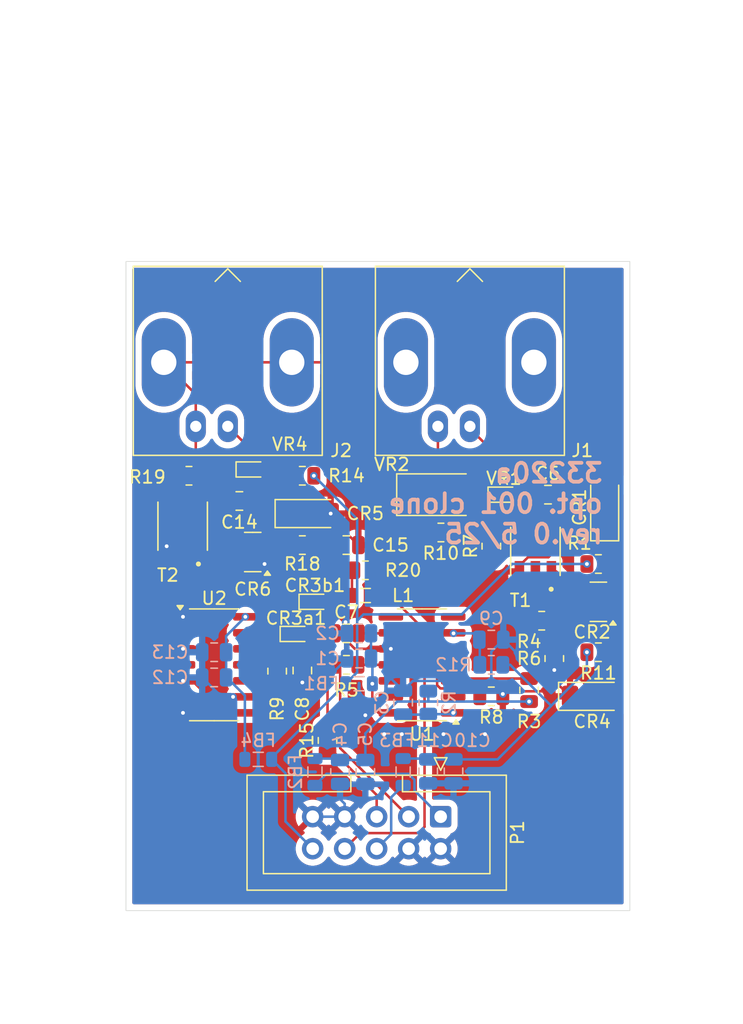
<source format=kicad_pcb>
(kicad_pcb (version 20241229) (generator "pcbnew") (generator_version "9.0")
  (layers (0 "F.Cu" signal) (2 "B.Cu" signal) (13 "F.Paste" user) (15 "B.Paste" user) (5 "F.SilkS" user "F.Silkscreen") (7 "B.SilkS" user "B.Silkscreen") (1 "F.Mask" user) (3 "B.Mask" user) (25 "Edge.Cuts" user))
  (net 0 "")
  (net 1 "GNDA")
  (net 2 "Net-(U1-VCC)")
  (net 3 "Net-(U1-V+)")
  (net 4 "+15V")
  (net 5 "Net-(C6-Pad2)")
  (net 6 "Net-(J1-In)")
  (net 7 "Net-(CR3a1-A)")
  (net 8 "Net-(U1-OUT-)")
  (net 9 "Net-(CR3a1-K)")
  (net 10 "Net-(U1-V-)")
  (net 11 "-15V")
  (net 12 "Net-(U2G-VCC)")
  (net 13 "Net-(C14-Pad2)")
  (net 14 "Net-(J2-In)")
  (net 15 "Net-(C15-Pad2)")
  (net 16 "Net-(CR1-K)")
  (net 17 "Net-(CR2-K-Pad3)")
  (net 18 "Net-(CR4-A)")
  (net 19 "Net-(CR5-K)")
  (net 20 "Net-(CR6-K-Pad3)")
  (net 21 "+5V")
  (net 22 "Net-(P1-Pin_1)")
  (net 23 "Net-(P1-Pin_6)")
  (net 24 "Net-(J1-Ext)")
  (net 25 "GND")
  (net 26 "Net-(P1-Pin_8)")
  (net 27 "Net-(P1-Pin_3)")
  (net 28 "Net-(P1-Pin_5)")
  (net 29 "Net-(U1-+IN)")
  (net 30 "Net-(U1-OUT+)")
  (net 31 "Net-(U1--IN)")
  (net 32 "Net-(R15-Pad2)")
  (net 36 "Net-(U2-Pad11)")
  (footprint "Resistor_SMD:R_0805_2012Metric" (layer "F.Cu") (at 132.5 86.5)
    (property "Reference" "R5")
    (property "Value" "100")
  )
  (footprint "Resistor_SMD:R_0805_2012Metric" (layer "F.Cu") (at 131 92.5 90)
    (property "Reference" "R15")
    (property "Value" "2.15k")
  )
  (footprint "libs:XFMR_TC1-1-13M_" (layer "F.Cu") (at 119.5 75.5 180)
    (property "Reference" "T2")
    (property "Value" "TC1-1TX+")
  )
  (footprint "Resistor_SMD:R_0805_2012Metric" (layer "F.Cu") (at 148 83 180)
    (property "Reference" "R4")
    (property "Value" "100")
  )
  (footprint "Connector_Coaxial:BNC_Amphenol_B6252HB-NPP3G-50_Horizontal" (layer "F.Cu") (at 123.08 67.58)
    (property "Reference" "J2")
    (property "Value" "Conn_Coaxial")
  )
  (footprint "Package_TO_SOT_SMD:SOT-23" (layer "F.Cu") (at 125.0625 77.55 180)
    (property "Reference" "CR6")
    (property "Value" "BAV99")
  )
  (footprint "Diode_SMD:D_SOD-523" (layer "F.Cu") (at 128.5 84.05)
    (property "Reference" "CR3a1")
    (property "Value" "D_Schottky")
  )
  (footprint "Resistor_SMD:R_0805_2012Metric" (layer "F.Cu") (at 149 86 -90)
    (property "Reference" "R6")
    (property "Value" "2.15k")
  )
  (footprint "Resistor_SMD:R_0805_2012Metric" (layer "F.Cu") (at 152.5 78.5)
    (property "Reference" "R1")
    (property "Value" "1k")
  )
  (footprint "Diode_SMD:D_SOD-523" (layer "F.Cu") (at 145 73)
    (property "Reference" "VR1")
    (property "Value" "0805ESDA")
  )
  (footprint "Resistor_SMD:R_0805_2012Metric" (layer "F.Cu") (at 144 89 180)
    (property "Reference" "R8")
    (property "Value" "100")
  )
  (footprint "Capacitor_SMD:C_0805_2012Metric" (layer "F.Cu") (at 132.5 84)
    (property "Reference" "C7")
    (property "Value" "47p")
  )
  (footprint "Capacitor_SMD:C_0805_2012Metric" (layer "F.Cu") (at 132.5 77 180)
    (property "Reference" "C15")
    (property "Value" "47p")
  )
  (footprint "Connector_Coaxial:BNC_Amphenol_B6252HB-NPP3G-50_Horizontal" (layer "F.Cu") (at 142.3 67.58)
    (property "Reference" "J1")
    (property "Value" "Conn_Coaxial")
  )
  (footprint "Resistor_SMD:R_0805_2012Metric" (layer "F.Cu") (at 140 76 180)
    (property "Reference" "R10")
    (property "Value" "100k")
  )
  (footprint "Capacitor_SMD:C_0805_2012Metric" (layer "F.Cu") (at 124 73.5 180)
    (property "Reference" "C14")
    (property "Value" "100n")
  )
  (footprint "Connector_IDC:IDC-Header_2x05_P2.54mm_Vertical" (layer "F.Cu") (at 139.98 98.5475 -90)
    (property "Reference" "P1")
    (property "Value" "Conn_01x10_Socket")
  )
  (footprint "Diode_SMD:D_SOD-523" (layer "F.Cu") (at 130 81.5)
    (property "Reference" "CR3b1")
    (property "Value" "D_Schottky")
  )
  (footprint "Capacitor_SMD:C_0805_2012Metric" (layer "F.Cu") (at 129 86.95 90)
    (property "Reference" "C8")
    (property "Value" "470p")
  )
  (footprint "Package_SO:SOIC-14_3.9x8.7mm_P1.27mm" (layer "F.Cu") (at 138.5 86.5 180)
    (property "Reference" "U1")
    (property "Value" "LM361M")
  )
  (footprint "Resistor_SMD:R_0805_2012Metric" (layer "F.Cu") (at 152.5 85.5 180)
    (property "Reference" "R11")
    (property "Value" "100k")
  )
  (footprint "libs:XFMR_TC1-1-13M_" (layer "F.Cu") (at 147.5 77.5 180)
    (property "Reference" "T1")
    (property "Value" "TC1-1TX+")
  )
  (footprint "Resistor_SMD:R_0805_2012Metric" (layer "F.Cu") (at 147 88.5 -90)
    (property "Reference" "R3")
    (property "Value" "100k")
  )
  (footprint "Capacitor_SMD:C_0805_2012Metric" (layer "F.Cu") (at 148.5 73)
    (property "Reference" "C6")
    (property "Value" "470p")
  )
  (footprint "Diode_SMD:D_MiniMELF" (layer "F.Cu") (at 153 74 90)
    (property "Reference" "CR1")
    (property "Value" "BZV55B5V1")
  )
  (footprint "Inductor_SMD:L_0805_2012Metric" (layer "F.Cu") (at 134 81)
    (property "Reference" "L1")
    (property "Value" "470n")
  )
  (footprint "Diode_SMD:D_MiniMELF" (layer "F.Cu") (at 129.5 74.5)
    (property "Reference" "CR5")
    (property "Value" "BZV55B5V1")
  )
  (footprint "Resistor_SMD:R_0805_2012Metric" (layer "F.Cu") (at 134 79)
    (property "Reference" "R20")
    (property "Value" "0")
  )
  (footprint "Resistor_SMD:R_0805_2012Metric" (layer "F.Cu") (at 129 77)
    (property "Reference" "R18")
    (property "Value" "100")
  )
  (footprint "Resistor_SMD:R_0805_2012Metric" (layer "F.Cu") (at 129 71.5 180)
    (property "Reference" "R14")
    (property "Value" "1k")
  )
  (footprint "Resistor_SMD:R_0805_2012Metric" (layer "F.Cu") (at 144 77.0875 90)
    (property "Reference" "R7")
    (property "Value" "2.15k")
  )
  (footprint "Diode_SMD:D_MiniMELF" (layer "F.Cu") (at 152 89)
    (property "Reference" "CR4")
    (property "Value" "BZV55B5V1")
  )
  (footprint "Package_SO:SOIC-14_3.9x8.7mm_P1.27mm" (layer "F.Cu") (at 122 86.5)
    (property "Reference" "U2")
    (property "Value" "74AC14")
  )
  (footprint "Resistor_SMD:R_0805_2012Metric" (layer "F.Cu") (at 127 87 90)
    (property "Reference" "R9")
    (property "Value" "100k")
  )
  (footprint "Package_TO_SOT_SMD:SOT-23" (layer "F.Cu") (at 152.5 81.5 180)
    (property "Reference" "CR2")
    (property "Value" "BAV99")
  )
  (footprint "Resistor_SMD:R_0805_2012Metric" (layer "F.Cu") (at 120 71.5 180)
    (property "Reference" "R19")
    (property "Value" "100")
  )
  (footprint "Diode_SMD:D_SOD-523" (layer "F.Cu") (at 125 71)
    (property "Reference" "VR4")
    (property "Value" "0805ESDA")
  )
  (footprint "Diode_SMD:D_SMA" (layer "F.Cu") (at 140 73)
    (property "Reference" "VR2")
    (property "Value" "SMAJ43CA")
  )
  (footprint "Inductor_SMD:L_0805_2012Metric" (layer "B.Cu") (at 125.5 94)
    (property "Reference" "FB4")
    (property "Value" "FerriteBead")
  )
  (footprint "Capacitor_SMD:C_0805_2012Metric" (layer "B.Cu") (at 138.99 94.95 90)
    (property "Reference" "C11")
    (property "Value" "100n")
  )
  (footprint "Capacitor_SMD:C_0805_2012Metric" (layer "B.Cu") (at 141 94.95 90)
    (property "Reference" "C10")
    (property "Value" "10")
  )
  (footprint "Capacitor_SMD:C_0805_2012Metric" (layer "B.Cu") (at 133.5 84)
    (property "Reference" "C2")
    (property "Value" "100n")
  )
  (footprint "Inductor_SMD:L_0805_2012Metric" (layer "B.Cu") (at 130 95 -90)
    (property "Reference" "FB2")
    (property "Value" "FerriteBead")
  )
  (footprint "Capacitor_SMD:C_0805_2012Metric" (layer "B.Cu") (at 131.99 95 90)
    (property "Reference" "C4")
    (property "Value" "10")
  )
  (footprint "Capacitor_SMD:C_0805_2012Metric" (layer "B.Cu") (at 122 85.5)
    (property "Reference" "C13")
    (property "Value" "100n")
  )
  (footprint "Capacitor_SMD:C_0805_2012Metric" (layer "B.Cu") (at 122 87.5)
    (property "Reference" "C12")
    (property "Value" "22u")
  )
  (footprint "Capacitor_SMD:C_0805_2012Metric" (layer "B.Cu") (at 137 89.5 -90)
    (property "Reference" "C3")
    (property "Value" "100n")
  )
  (footprint "Resistor_SMD:R_0805_2012Metric" (layer "B.Cu") (at 139 89.5 90)
    (property "Reference" "R2")
    (property "Value" "1k")
  )
  (footprint "Resistor_SMD:R_0805_2012Metric" (layer "B.Cu") (at 144 86.5 180)
    (property "Reference" "R12")
    (property "Value" "511")
  )
  (footprint "Inductor_SMD:L_0805_2012Metric" (layer "B.Cu") (at 133.5 88 180)
    (property "Reference" "FB1")
    (property "Value" "FerriteBead")
  )
  (footprint "Inductor_SMD:L_0805_2012Metric" (layer "B.Cu") (at 137 95 -90)
    (property "Reference" "FB3")
    (property "Value" "FerriteBead")
  )
  (footprint "Capacitor_SMD:C_0805_2012Metric" (layer "B.Cu") (at 133.5 86)
    (property "Reference" "C1")
    (property "Value" "22u")
  )
  (footprint "Capacitor_SMD:C_0805_2012Metric" (layer "B.Cu") (at 144 84.5 180)
    (property "Reference" "C9")
    (property "Value" "100n")
  )
  (footprint "Capacitor_SMD:C_0805_2012Metric" (layer "B.Cu") (at 134 95 90)
    (property "Reference" "C5")
    (property "Value" "100n")
  )
  (gr_rect (start 115 54.5) (end 155 106) (stroke (width 0.05)) (fill no) (layer "Edge.Cuts"))
  (gr_text "33220a\nopt. 001 clone\nrev.0 5/25" (at 153 77 0) (layer "B.SilkS") (effects (font (size 1.5 1.5) (thickness 0.3) (bold yes)) (justify left bottom mirror)))
  (segment (start 146.23 79.09) (end 146.23 79.535) (width 0.2) (layer "F.Cu") (net 1))
  (segment (start 121.54 89.04) (end 121 88.5) (width 0.2) (layer "F.Cu") (net 1))
  (segment (start 121 89.809999) (end 121 88.5) (width 0.2) (layer "F.Cu") (net 1))
  (segment (start 120.499999 87.77) (end 121 87.269999) (width 0.2) (layer "F.Cu") (net 1))
  (segment (start 119.525 87.77) (end 120.499999 87.77) (width 0.2) (layer "F.Cu") (net 1))
  (segment (start 146.23 79.535) (end 147.999 81.304) (width 0.2) (layer "F.Cu") (net 1))
  (segment (start 147.999 85.9115) (end 149 86.9125) (width 0.2) (layer "F.Cu") (net 1))
  (segment (start 132.649 83.449) (end 132.649 84.71016) (width 0.2) (layer "F.Cu") (net 1))
  (segment (start 120.499999 82.69) (end 119.525 82.69) (width 0.2) (layer "F.Cu") (net 1))
  (segment (start 146.911 77.964) (end 146.23 78.645) (width 0.2) (layer "F.Cu") (net 1))
  (segment (start 133.16884 85.23) (end 136.025 85.23) (width 0.2) (layer "F.Cu") (net 1))
  (segment (start 148.536 77.964) (end 146.911 77.964) (width 0.2) (layer "F.Cu") (net 1))
  (segment (start 127.7 78.5) (end 130.7 81.5) (width 0.2) (layer "F.Cu") (net 1))
  (segment (start 123.5 89.04) (end 121.54 89.04) (width 0.2) (layer "F.Cu") (net 1))
  (segment (start 134 90.5) (end 135.5 92) (width 0.2) (layer "F.Cu") (net 1))
  (segment (start 145.3135 88.599) (end 148.151 88.599) (width 0.2) (layer "F.Cu") (net 1))
  (segment (start 118.23 77.09) (end 118.23 81.395) (width 0.2) (layer "F.Cu") (net 1))
  (segment (start 120.499999 90.31) (end 121 89.809999) (width 0.2) (layer "F.Cu") (net 1))
  (segment (start 118.23 81.395) (end 119.525 82.69) (width 0.2) (layer "F.Cu") (net 1))
  (segment (start 121 87.269999) (end 121 86) (width 0.2) (layer "F.Cu") (net 1))
  (segment (start 147.999 81.304) (end 147.999 85.9115) (width 0.2) (layer "F.Cu") (net 1))
  (segment (start 124.475 89.04) (end 125.449999 89.04) (width 0.2) (layer "F.Cu") (net 1))
  (segment (start 125.8725 89.04) (end 127 87.9125) (width 0.2) (layer "F.Cu") (net 1))
  (segment (start 121 84.729999) (end 121 83.190001) (width 0.2) (layer "F.Cu") (net 1))
  (segment (start 140.2 92) (end 143.5 92) (width 0.2) (layer "F.Cu") (net 1))
  (segment (start 129 87.9) (end 127.0125 87.9) (width 0.2) (layer "F.Cu") (net 1))
  (segment (start 144.9125 90.5875) (end 144.9125 89) (width 0.2) (layer "F.Cu") (net 1))
  (segment (start 120.499999 85.23) (end 121 84.729999) (width 0.2) (layer "F.Cu") (net 1))
  (segment (start 153 72.25) (end 153 73.5) (width 0.2) (layer "F.Cu") (net 1))
  (segment (start 149 86.9125) (end 149 87.75) (width 0.2) (layer "F.Cu") (net 1))
  (segment (start 120.27 87.77) (end 119.525 87.77) (width 0.2) (layer "F.Cu") (net 1))
  (segment (start 148.151 88.599) (end 149 87.75) (width 0.2) (layer "F.Cu") (net 1))
  (segment (start 119.525 85.23) (end 120.499999 85.23) (width 0.2) (layer "F.Cu") (net 1))
  (segment (start 119.525 90.31) (end 120.499999 90.31) (width 0.2) (layer "F.Cu") (net 1))
  (segment (start 149 87.75) (end 150.25 89) (width 0.2) (layer "F.Cu") (net 1))
  (segment (start 120.23 85.23) (end 119.525 85.23) (width 0.2) (layer "F.Cu") (net 1))
  (segment (start 143.5 92) (end 144.9125 90.5875) (width 0.2) (layer "F.Cu") (net 1))
  (segment (start 124.475 89.04) (end 123.5 89.04) (width 0.2) (layer "F.Cu") (net 1))
  (segment (start 124.475 89.04) (end 125.8725 89.04) (width 0.2) (layer "F.Cu") (net 1))
  (segment (start 131.25 74.8) (end 131.25 74.5) (width 0.2) (layer "F.Cu") (net 1))
  (segment (start 133.45 77) (end 131.25 74.8) (width 0.2) (layer "F.Cu") (net 1))
  (segment (start 135.5 92) (end 136.9 92) (width 0.2) (layer "F.Cu") (net 1))
  (segment (start 121 83.190001) (end 120.499999 82.69) (width 0.2) (layer "F.Cu") (net 1))
  (segment (start 153 73.5) (end 148.536 77.964) (width 0.2) (layer "F.Cu") (net 1))
  (segment (start 146.23 78.645) (end 146.23 79.09) (width 0.2) (layer "F.Cu") (net 1))
  (segment (start 130.7 81.5) (end 132.649 83.449) (width 0.2) (layer "F.Cu") (net 1))
  (segment (start 126 78.5) (end 127.7 78.5) (width 0.2) (layer "F.Cu") (net 1))
  (segment (start 121 86) (end 120.23 85.23) (width 0.2) (layer "F.Cu") (net 1))
  (segment (start 121 88.5) (end 120.27 87.77) (width 0.2) (layer "F.Cu") (net 1))
  (segment (start 144.9125 89) (end 145.3135 88.599) (width 0.2) (layer "F.Cu") (net 1))
  (segment (start 127.0125 87.9) (end 127 87.9125) (width 0.2) (layer "F.Cu") (net 1))
  (segment (start 132.649 84.71016) (end 133.16884 85.23) (width 0.2) (layer "F.Cu") (net 1))
  (segment (start 125.449999 89.04) (end 129.03 92.620001) (width 0.2) (layer "F.Cu") (net 1))
  (via (at 143.5 92) (size 0.6) (drill 0.3) (layers "F.Cu" "B.Cu") (net 1))
  (via (at 131.25 74.5) (size 0.6) (drill 0.3) (layers "F.Cu" "B.Cu") (net 1))
  (via (at 119.525 90.31) (size 0.6) (drill 0.3) (layers "F.Cu" "B.Cu") (net 1))
  (via (at 134 90.5) (size 0.6) (drill 0.3) (layers "F.Cu" "B.Cu") (net 1))
  (via (at 132.427929 83.114797) (size 0.6) (drill 0.3) (layers "F.Cu" "B.Cu") (net 1))
  (via (at 123.5 89.04) (size 0.6) (drill 0.3) (layers "F.Cu" "B.Cu") (net 1))
  (via (at 140.2 92) (size 0.6) (drill 0.3) (layers "F.Cu" "B.Cu") (net 1))
  (via (at 118.23 77.09) (size 0.6) (drill 0.3) (layers "F.Cu" "B.Cu") (net 1))
  (via (at 119.525 85.23) (size 0.6) (drill 0.3) (layers "F.Cu" "B.Cu") (net 1))
  (via (at 136.9 92) (size 0.6) (drill 0.3) (layers "F.Cu" "B.Cu") (net 1))
  (via (at 136.025 85.23) (size 0.6) (drill 0.3) (layers "F.Cu" "B.Cu") (net 1))
  (via (at 119.525 87.77) (size 0.6) (drill 0.3) (layers "F.Cu" "B.Cu") (net 1))
  (via (at 126 78.5) (size 0.6) (drill 0.3) (layers "F.Cu" "B.Cu") (net 1))
  (via (at 144.9125 88.8125) (size 0.6) (drill 0.3) (layers "F.Cu" "B.Cu") (net 1))
  (via (at 119.525 82.69) (size 0.6) (drill 0.3) (layers "F.Cu" "B.Cu") (net 1))
  (via (at 129 87.9) (size 0.6) (drill 0.3) (layers "F.Cu" "B.Cu") (net 1))
  (via (at 135.5 92) (size 0.6) (drill 0.3) (layers "F.Cu" "B.Cu") (net 1))
  (via (at 149 86.9125) (size 0.6) (drill 0.3) (layers "F.Cu" "B.Cu") (net 1))
  (segment (start 138.99 95.9) (end 141 95.9) (width 0.2) (layer "B.Cu") (net 1))
  (segment (start 121.05 87.5) (end 122.59 89.04) (width 0.2) (layer "B.Cu") (net 1))
  (segment (start 121.05 84.215) (end 119.525 82.69) (width 0.2) (layer "B.Cu") (net 1))
  (segment (start 132.55 84) (end 132.55 86) (width 0.2) (layer "B.Cu") (net 1))
  (segment (start 121.05 85.5) (end 119.795 85.5) (width 0.2) (layer "B.Cu") (net 1))
  (segment (start 131.25 74.5) (end 130 74.5) (width 0.2) (layer "B.Cu") (net 1))
  (segment (start 132.55 83.236868) (end 132.427929 83.114797) (width 0.2) (layer "B.Cu") (net 1))
  (segment (start 144 87.9) (end 144.9125 88.8125) (width 0.2) (layer "B.Cu") (net 1))
  (segment (start 121.05 87.5) (end 119.795 87.5) (width 0.2) (layer "B.Cu") (net 1))
  (segment (start 132.36 97.52) (end 131.99 97.15) (width 0.2) (layer "B.Cu") (net 1))
  (segment (start 121.05 85.5) (end 121.05 84.215) (width 0.2) (layer "B.Cu") (net 1))
  (segment (start 121.05 88.785) (end 119.525 90.31) (width 0.2) (layer "B.Cu") (net 1))
  (segment (start 144.95 84.5) (end 147.3625 86.9125) (width 0.2) (layer "B.Cu") (net 1))
  (segment (start 132.55 86) (end 130.65 87.9) (width 0.2) (layer "B.Cu") (net 1))
  (segment (start 119.64 78.5) (end 118.23 77.09) (width 0.2) (layer "B.Cu") (net 1))
  (segment (start 126 78.5) (end 119.64 78.5) (width 0.2) (layer "B.Cu") (net 1))
  (segment (start 144.95 84.5) (end 144 85.45) (width 0.2) (layer "B.Cu") (net 1))
  (segment (start 119.795 85.5) (end 119.525 85.23) (width 0.2) (layer "B.Cu") (net 1))
  (segment (start 121.05 87.5) (end 121.05 85.5) (width 0.2) (layer "B.Cu") (net 1))
  (segment (start 134 95.95) (end 131.99 95.95) (width 0.2) (layer "B.Cu") (net 1))
  (segment (start 147.3625 86.9125) (end 149 86.9125) (width 0.2) (layer "B.Cu") (net 1))
  (segment (start 137 88.55) (end 136.025 87.575) (width 0.2) (layer "B.Cu") (net 1))
  (segment (start 130.65 87.9) (end 129 87.9) (width 0.2) (layer "B.Cu") (net 1))
  (segment (start 138.99 95.9) (end 138.7 96.19) (width 0.2) (layer "B.Cu") (net 1))
  (segment (start 129.82 98.5475) (end 132.36 98.5475) (width 0.2) (layer "B.Cu") (net 1))
  (segment (start 136.9 92) (end 140.2 92) (width 0.2) (layer "B.Cu") (net 1))
  (segment (start 137 88.55) (end 135.95 88.55) (width 0.2) (layer "B.Cu") (net 1))
  (segment (start 136.025 87.575) (end 136.025 85.23) (width 0.2) (layer "B.Cu") (net 1))
  (segment (start 143.5 92) (end 140.2 92) (width 0.2) (layer "B.Cu") (net 1))
  (segment (start 137.776 87.774) (end 143.874 87.774) (width 0.2) (layer "B.Cu") (net 1))
  (segment (start 137 88.55) (end 137.776 87.774) (width 0.2) (layer "B.Cu") (net 1))
  (segment (start 121.05 87.5) (end 121.05 88.785) (width 0.2) (layer "B.Cu") (net 1))
  (segment (start 122.59 89.04) (end 123.5 89.04) (width 0.2) (layer "B.Cu") (net 1))
  (segment (start 130 74.5) (end 126 78.5) (width 0.2) (layer "B.Cu") (net 1))
  (segment (start 132.36 98.5475) (end 132.36 97.52) (width 0.2) (layer "B.Cu") (net 1))
  (segment (start 131.99 97.15) (end 131.99 95.95) (width 0.2) (layer "B.Cu") (net 1))
  (segment (start 132.55 84) (end 132.55 83.236868) (width 0.2) (layer "B.Cu") (net 1))
  (segment (start 144 85.45) (end 144 87.9) (width 0.2) (layer "B.Cu") (net 1))
  (segment (start 135.95 88.55) (end 134 90.5) (width 0.2) (layer "B.Cu") (net 1))
  (segment (start 143.874 87.774) (end 144 87.9) (width 0.2) (layer "B.Cu") (net 1))
  (segment (start 119.795 87.5) (end 119.525 87.77) (width 0.2) (layer "B.Cu") (net 1))
  (segment (start 136.025 90.31) (end 135.050001 90.31) (width 0.2) (layer "F.Cu") (net 2))
  (segment (start 134.554377 89.814376) (end 134.554377 88.000782) (width 0.2) (layer "F.Cu") (net 2))
  (segment (start 135.050001 90.31) (end 134.554377 89.814376) (width 0.2) (layer "F.Cu") (net 2))
  (via (at 134.554377 88.000782) (size 0.6) (drill 0.3) (layers "F.Cu" "B.Cu") (net 2))
  (segment (start 134.5625 88) (end 134.5625 86.1125) (width 0.2) (layer "B.Cu") (net 2))
  (segment (start 134.5625 86.1125) (end 134.45 86) (width 0.2) (layer "B.Cu") (net 2))
  (segment (start 134.45 84) (end 134.45 86) (width 0.2) (layer "B.Cu") (net 2))
  (via (at 140.975 90.31) (size 0.6) (drill 0.3) (layers "F.Cu" "B.Cu") (net 3))
  (segment (start 139 90.4125) (end 140.8725 90.4125) (width 0.2) (layer "B.Cu") (net 3))
  (segment (start 137 90.45) (end 138.9625 90.45) (width 0.2) (layer "B.Cu") (net 3))
  (segment (start 138.9625 90.45) (end 139 90.4125) (width 0.2) (layer "B.Cu") (net 3))
  (segment (start 140.8725 90.4125) (end 140.975 90.31) (width 0.2) (layer "B.Cu") (net 3))
  (via (at 147 89.4125) (size 0.6) (drill 0.3) (layers "F.Cu" "B.Cu") (net 4))
  (segment (start 130 93.9375) (end 131.8775 93.9375) (width 0.2) (layer "B.Cu") (net 4))
  (segment (start 136.52634 89.4125) (end 139 89.4125) (width 0.2) (layer "B.Cu") (net 4))
  (segment (start 134 91.93884) (end 136.52634 89.4125) (width 0.2) (layer "B.Cu") (net 4))
  (segment (start 139 89.4125) (end 147 89.4125) (width 0.2) (layer "B.Cu") (net 4))
  (segment (start 134 94.05) (end 131.99 94.05) (width 0.2) (layer "B.Cu") (net 4))
  (segment (start 139 88.5875) (end 139 89.4125) (width 0.2) (layer "B.Cu") (net 4))
  (segment (start 134 94.05) (end 134 91.93884) (width 0.2) (layer "B.Cu") (net 4))
  (segment (start 131.8775 93.9375) (end 131.99 94.05) (width 0.2) (layer "B.Cu") (net 4))
  (segment (start 148.77 74.87) (end 148.77 75.91) (width 0.2) (layer "F.Cu") (net 5))
  (segment (start 144.437 77.563) (end 147.117 77.563) (width 0.2) (layer "F.Cu") (net 5))
  (segment (start 149.45 73) (end 149.45 74.19) (width 0.2) (layer "F.Cu") (net 5))
  (segment (start 147.117 77.563) (end 148.77 75.91) (width 0.2) (layer "F.Cu") (net 5))
  (segment (start 144 78) (end 144.437 77.563) (width 0.2) (layer "F.Cu") (net 5))
  (segment (start 149.45 74.19) (end 148.77 74.87) (width 0.2) (layer "F.Cu") (net 5))
  (segment (start 142.3 67.58) (end 142.3 67.75) (width 0.2) (layer "F.Cu") (net 6))
  (segment (start 142.3 67.75) (end 147.55 73) (width 0.2) (layer "F.Cu") (net 6))
  (segment (start 145.7 73) (end 147.55 73) (width 0.2) (layer "F.Cu") (net 6))
  (segment (start 129.2 81.6) (end 129.3 81.5) (width 0.2) (layer "F.Cu") (net 7))
  (segment (start 129.25 84) (end 129.2 84.05) (width 0.2) (layer "F.Cu") (net 7))
  (segment (start 131.55 84) (end 129.25 84) (width 0.2) (layer "F.Cu") (net 7))
  (segment (start 129.2 84.05) (end 129.2 81.6) (width 0.2) (layer "F.Cu") (net 7))
  (segment (start 135.985 84) (end 136.025 83.96) (width 0.2) (layer "F.Cu") (net 8))
  (segment (start 133.45 84) (end 135.985 84) (width 0.2) (layer "F.Cu") (net 8))
  (segment (start 129 86) (end 128.5 86) (width 0.2) (layer "F.Cu") (net 9))
  (segment (start 127 84.85) (end 127.8 84.05) (width 0.2) (layer "F.Cu") (net 9))
  (segment (start 127.8 84.05) (end 124.565 84.05) (width 0.2) (layer "F.Cu") (net 9))
  (segment (start 128.5 86) (end 128.4125 86.0875) (width 0.2) (layer "F.Cu") (net 9))
  (segment (start 124.565 84.05) (end 124.475 83.96) (width 0.2) (layer "F.Cu") (net 9))
  (segment (start 128.4125 86.0875) (end 127 86.0875) (width 0.2) (layer "F.Cu") (net 9))
  (segment (start 127 86.0875) (end 127 84.85) (width 0.2) (layer "F.Cu") (net 9))
  (via (at 141 84) (size 0.6) (drill 0.3) (layers "F.Cu" "B.Cu") (net 10))
  (segment (start 143.0875 84.5375) (end 143.05 84.5) (width 0.2) (layer "B.Cu") (net 10))
  (segment (start 143.0875 86.5) (end 143.0875 84.5375) (width 0.2) (layer "B.Cu") (net 10))
  (segment (start 142.55 84) (end 141 84) (width 0.2) (layer "B.Cu") (net 10))
  (segment (start 143.05 84.5) (end 142.55 84) (width 0.2) (layer "B.Cu") (net 10))
  (via (at 151.5875 85.5) (size 0.6) (drill 0.3) (layers "F.Cu" "B.Cu") (net 11))
  (segment (start 144.5 94) (end 148.75 89.75) (width 0.2) (layer "B.Cu") (net 11))
  (segment (start 144.9125 86.5) (end 145.5 86.5) (width 0.2) (layer "B.Cu") (net 11))
  (segment (start 141 94) (end 138.99 94) (width 0.2) (layer "B.Cu") (net 11))
  (segment (start 141 94) (end 144.5 94) (width 0.2) (layer "B.Cu") (net 11))
  (segment (start 151.5875 86.9125) (end 151.5875 85.5) (width 0.2) (layer "B.Cu") (net 11))
  (segment (start 138.9275 93.9375) (end 138.99 94) (width 0.2) (layer "B.Cu") (net 11))
  (segment (start 137 93.9375) (end 138.9275 93.9375) (width 0.2) (layer "B.Cu") (net 11))
  (segment (start 148.75 89.75) (end 151.5875 86.9125) (width 0.2) (layer "B.Cu") (net 11))
  (segment (start 145.5 86.5) (end 148.75 89.75) (width 0.2) (layer "B.Cu") (net 11))
  (via (at 124.475 82.69) (size 0.6) (drill 0.3) (layers "F.Cu" "B.Cu") (net 12))
  (segment (start 124.4375 88.9375) (end 123 87.5) (width 0.2) (layer "B.Cu") (net 12))
  (segment (start 122.95 85.5) (end 122.95 84.215) (width 0.2) (layer "B.Cu") (net 12))
  (segment (start 122.95 84.215) (end 124.475 82.69) (width 0.2) (layer "B.Cu") (net 12))
  (segment (start 124.4375 94) (end 124.4375 88.9375) (width 0.2) (layer "B.Cu") (net 12))
  (segment (start 122.95 87.5) (end 122.95 85.5) (width 0.2) (layer "B.Cu") (net 12))
  (segment (start 121.18 73.5) (end 120.77 73.91) (width 0.2) (layer "F.Cu") (net 13))
  (segment (start 120.9125 73.7675) (end 120.77 73.91) (width 0.2) (layer "F.Cu") (net 13))
  (segment (start 120.9125 71.5) (end 120.9125 73.7675) (width 0.2) (layer "F.Cu") (net 13))
  (segment (start 123.05 73.5) (end 121.18 73.5) (width 0.2) (layer "F.Cu") (net 13))
  (segment (start 124.95 73.5) (end 124.95 71.75) (width 0.2) (layer "F.Cu") (net 14))
  (segment (start 123.08 67.58) (end 125.7 70.2) (width 0.2) (layer "F.Cu") (net 14))
  (segment (start 125.7 70.2) (end 125.7 71) (width 0.2) (layer "F.Cu") (net 14))
  (segment (start 124.95 71.75) (end 125.7 71) (width 0.2) (layer "F.Cu") (net 14))
  (segment (start 125.5 70.8) (end 125.7 71) (width 0.2) (layer "F.Cu") (net 14))
  (segment (start 129.9125 77) (end 131.55 77) (width 0.2) (layer "F.Cu") (net 15))
  (segment (start 153 78.0875) (end 153.4125 78.5) (width 0.2) (layer "F.Cu") (net 16))
  (segment (start 153 75.75) (end 153 78.0875) (width 0.2) (layer "F.Cu") (net 16))
  (segment (start 153.4375 80.55) (end 153.4375 78.525) (width 0.2) (layer "F.Cu") (net 16))
  (segment (start 153.4375 78.525) (end 153.4125 78.5) (width 0.2) (layer "F.Cu") (net 16))
  (segment (start 149 83.0875) (end 148.9125 83) (width 0.2) (layer "F.Cu") (net 17))
  (segment (start 150.0625 83) (end 151.5625 81.5) (width 0.2) (layer "F.Cu") (net 17))
  (segment (start 148.9125 83) (end 150.0625 83) (width 0.2) (layer "F.Cu") (net 17))
  (segment (start 148.77 79.09) (end 149.1525 79.09) (width 0.2) (layer "F.Cu") (net 17))
  (segment (start 149.1525 79.09) (end 151.5625 81.5) (width 0.2) (layer "F.Cu") (net 17))
  (segment (start 149 85.0875) (end 149 83.0875) (width 0.2) (layer "F.Cu") (net 17))
  (segment (start 153.4125 82.475) (end 153.4375 82.45) (width 0.2) (layer "F.Cu") (net 18))
  (segment (start 153.75 89) (end 153.75 85.8375) (width 0.2) (layer "F.Cu") (net 18))
  (segment (start 153.75 85.8375) (end 153.4125 85.5) (width 0.2) (layer "F.Cu") (net 18))
  (segment (start 153.4125 85.5) (end 153.4125 82.475) (width 0.2) (layer "F.Cu") (net 18))
  (segment (start 127.75 74.5) (end 127.75 74.85) (width 0.2) (layer "F.Cu") (net 19))
  (segment (start 128.0875 74.1625) (end 127.75 74.5) (width 0.2) (layer "F.Cu") (net 19))
  (segment (start 128.0875 71.5) (end 128.0875 74.1625) (width 0.2) (layer "F.Cu") (net 19))
  (segment (start 127.75 74.85) (end 126 76.6) (width 0.2) (layer "F.Cu") (net 19))
  (segment (start 128.0875 77) (end 130.0875 79) (width 0.2) (layer "F.Cu") (net 20))
  (segment (start 124.125 77.55) (end 121.23 77.55) (width 0.2) (layer "F.Cu") (net 20))
  (segment (start 132.9375 81) (end 132.9375 79.15) (width 0.2) (layer "F.Cu") (net 20))
  (segment (start 130.0875 79) (end 133.0875 79) (width 0.2) (layer "F.Cu") (net 20))
  (segment (start 127.5375 77.55) (end 124.125 77.55) (width 0.2) (layer "F.Cu") (net 20))
  (segment (start 132.9375 79.15) (end 133.0875 79) (width 0.2) (layer "F.Cu") (net 20))
  (segment (start 128.0875 77) (end 127.5375 77.55) (width 0.2) (layer "F.Cu") (net 20))
  (segment (start 121.23 77.55) (end 120.77 77.09) (width 0.2) (layer "F.Cu") (net 20))
  (via (at 151.5875 78.5) (size 0.6) (drill 0.3) (layers "F.Cu" "B.Cu") (net 21))
  (via (at 129.9125 71.5) (size 0.6) (drill 0.3) (layers "F.Cu" "B.Cu") (net 21))
  (segment (start 132.4375 88) (end 133.351 87.0865) (width 0.2) (layer "B.Cu") (net 21))
  (segment (start 126.5625 94) (end 126.5625 93.875) (width 0.2) (layer "B.Cu") (net 21))
  (segment (start 151.5875 78.5) (end 145.650057 78.5) (width 0.2) (layer "B.Cu") (net 21))
  (segment (start 145.650057 78.5) (end 141.650057 82.5) (width 0.2) (layer "B.Cu") (net 21))
  (segment (start 127.6615 95.099) (end 126.5625 94) (width 0.2) (layer "B.Cu") (net 21))
  (segment (start 129.82 101.0875) (end 127.6615 98.929) (width 0.2) (layer "B.Cu") (net 21))
  (segment (start 133.851 82.5) (end 133.351 83) (width 0.2) (layer "B.Cu") (net 21))
  (segment (start 127.6615 98.929) (end 127.6615 95.099) (width 0.2) (layer "B.Cu") (net 21))
  (segment (start 133.351 83) (end 133.351 74.9385) (width 0.2) (layer "B.Cu") (net 21))
  (segment (start 126.5625 93.875) (end 132.4375 88) (width 0.2) (layer "B.Cu") (net 21))
  (segment (start 141.650057 82.5) (end 133.851 82.5) (width 0.2) (layer "B.Cu") (net 21))
  (segment (start 133.351 74.9385) (end 129.9125 71.5) (width 0.2) (layer "B.Cu") (net 21))
  (segment (start 133.351 87.0865) (end 133.351 83) (width 0.2) (layer "B.Cu") (net 21))
  (segment (start 130.9135 95.149) (end 130 96.0625) (width 0.2) (layer "B.Cu") (net 22))
  (segment (start 137.901 96.4685) (end 137.901 95.6224) (width 0.2) (layer "B.Cu") (net 22))
  (segment (start 139.98 98.5475) (end 137.901 96.4685) (width 0.2) (layer "B.Cu") (net 22))
  (segment (start 137.901 95.6224) (end 137.4276 95.149) (width 0.2) (layer "B.Cu") (net 22))
  (segment (start 137.4276 95.149) (end 130.9135 95.149) (width 0.2) (layer "B.Cu") (net 22))
  (segment (start 136.051 97.0115) (end 137 96.0625) (width 0.2) (layer "B.Cu") (net 23))
  (segment (start 134.9 101.0875) (end 136.051 99.9365) (width 0.2) (layer "B.Cu") (net 23))
  (segment (start 136.051 99.9365) (end 136.051 97.0115) (width 0.2) (layer "B.Cu") (net 23))
  (segment (start 139.76 67.58) (end 139.76 70.76) (width 0.2) (layer "F.Cu") (net 24))
  (segment (start 144.3 73.98) (end 144.3 73) (width 0.2) (layer "F.Cu") (net 24))
  (segment (start 145.965 76.175) (end 146.23 75.91) (width 0.2) (layer "F.Cu") (net 24))
  (segment (start 140.9125 74.0875) (end 142 73) (width 0.2) (layer "F.Cu") (net 24))
  (segment (start 144 76.175) (end 145.965 76.175) (width 0.2) (layer "F.Cu") (net 24))
  (segment (start 142.04 72.96) (end 142 73) (width 0.2) (layer "F.Cu") (net 24))
  (segment (start 139.76 70.76) (end 142 73) (width 0.2) (layer "F.Cu") (net 24))
  (segment (start 144.3 73) (end 142 73) (width 0.2) (layer "F.Cu") (net 24))
  (segment (start 146.23 75.91) (end 144.3 73.98) (width 0.2) (layer "F.Cu") (net 24))
  (segment (start 140.9125 76) (end 140.9125 74.0875) (width 0.2) (layer "F.Cu") (net 24))
  (segment (start 128.16 62.5) (end 130.58 62.5) (width 0.2) (layer "F.Cu") (net 25))
  (segment (start 120.54 70.0475) (end 119.0875 71.5) (width 0.2) (layer "F.Cu") (net 25))
  (segment (start 120.54 65.04) (end 118 62.5) (width 0.2) (layer "F.Cu") (net 25))
  (segment (start 119.0875 71.5) (end 120.5875 70) (width 0.2) (layer "F.Cu") (net 25))
  (segment (start 139.0875 74.0875) (end 138 73) (width 0.2) (layer "F.Cu") (net 25))
  (segment (start 119.0875 73.0525) (end 118.23 73.91) (width 0.2) (layer "F.Cu") (net 25))
  (segment (start 120.5875 70) (end 123.3 70) (width 0.2) (layer "F.Cu") (net 25))
  (segment (start 120.54 67.58) (end 120.54 70.0475) (width 0.2) (layer "F.Cu") (net 25))
  (segment (start 123.3 70) (end 124.3 71) (width 0.2) (layer "F.Cu") (net 25))
  (segment (start 139.0875 76) (end 139.0875 74.0875) (width 0.2) (layer "F.Cu") (net 25))
  (segment (start 119.0875 71.5) (end 119.0875 73.0525) (width 0.2) (layer "F.Cu") (net 25))
  (segment (start 138 73) (end 138 69.92) (width 0.2) (layer "F.Cu") (net 25))
  (segment (start 119.0875 71.5) (end 119.0875 71.4525) (width 0.2) (layer "F.Cu") (net 25))
  (segment (start 120.54 67.58) (end 120.54 65.04) (width 0.2) (layer "F.Cu") (net 25))
  (segment (start 118 62.5) (end 128.16 62.5) (width 0.2) (layer "F.Cu") (net 25))
  (segment (start 138 69.92) (end 130.58 62.5) (width 0.2) (layer "F.Cu") (net 25))
  (segment (start 124.3 71) (end 124.3 70.8) (width 0.2) (layer "F.Cu") (net 25))
  (segment (start 133.5975 99.85) (end 132.36 101.0875) (width 0.2) (layer "F.Cu") (net 26))
  (segment (start 134.9125 79) (end 134.9125 80.85) (width 0.2) (layer "F.Cu") (net 26))
  (segment (start 138.2 99.85) (end 133.5975 99.85) (width 0.2) (layer "F.Cu") (net 26))
  (segment (start 135.951968 81) (end 138.7 83.748032) (width 0.2) (layer "F.Cu") (net 26))
  (segment (start 135.0625 81) (end 135.951968 81) (width 0.2) (layer "F.Cu") (net 26))
  (segment (start 138.7 99.35) (end 138.2 99.85) (width 0.2) (layer "F.Cu") (net 26))
  (segment (start 138.7 83.748032) (end 138.7 99.35) (width 0.2) (layer "F.Cu") (net 26))
  (segment (start 134.9125 80.85) (end 135.0625 81) (width 0.2) (layer "F.Cu") (net 26))
  (segment (start 132.001 93.1085) (end 132.001 92.08516) (width 0.2) (layer "F.Cu") (net 27))
  (segment (start 132.001 86.9135) (end 132.001 92.08516) (width 0.2) (layer "F.Cu") (net 27))
  (segment (start 131.5875 86.5) (end 132.001 86.9135) (width 0.2) (layer "F.Cu") (net 27))
  (segment (start 137.44 98.5475) (end 132.001 93.1085) (width 0.2) (layer "F.Cu") (net 27))
  (segment (start 134.9 96.829) (end 134.9 98.5475) (width 0.2) (layer "F.Cu") (net 28))
  (segment (start 131 93.4125) (end 131.4835 93.4125) (width 0.2) (layer "F.Cu") (net 28))
  (segment (start 131.4835 93.4125) (end 134.9 96.829) (width 0.2) (layer "F.Cu") (net 28))
  (segment (start 147.0875 87.5) (end 147 87.5875) (width 0.2) (layer "F.Cu") (net 29))
  (segment (start 141.1575 87.5875) (end 140.975 87.77) (width 0.2) (layer "F.Cu") (net 29))
  (segment (start 147 87.5875) (end 141.1575 87.5875) (width 0.2) (layer "F.Cu") (net 29))
  (segment (start 147.0875 83) (end 147.0875 87.5) (width 0.2) (layer "F.Cu") (net 29))
  (segment (start 133.4125 86.5) (end 136.025 86.5) (width 0.2) (layer "F.Cu") (net 30))
  (segment (start 139.959032 88.371) (end 139.699 88.110968) (width 0.2) (layer "F.Cu") (net 31))
  (segment (start 139.699 88.110968) (end 139.699 86.801001) (width 0.2) (layer "F.Cu") (net 31))
  (segment (start 139.699 86.801001) (end 140.000001 86.5) (width 0.2) (layer "F.Cu") (net 31))
  (segment (start 143.0875 89) (end 142.4585 88.371) (width 0.2) (layer "F.Cu") (net 31))
  (segment (start 142.4585 88.371) (end 139.959032 88.371) (width 0.2) (layer "F.Cu") (net 31))
  (segment (start 140.000001 86.5) (end 140.975 86.5) (width 0.2) (layer "F.Cu") (net 31))
  (segment (start 126.31484 87.099) (end 129.71016 87.099) (width 0.2) (layer "F.Cu") (net 32))
  (segment (start 129.71016 87.099) (end 131 88.38884) (width 0.2) (layer "F.Cu") (net 32))
  (segment (start 124.475 87.77) (end 125.64384 87.77) (width 0.2) (layer "F.Cu") (net 32))
  (segment (start 125.64384 87.77) (end 126.31484 87.099) (width 0.2) (layer "F.Cu") (net 32))
  (segment (start 131 88.38884) (end 131 91.5875) (width 0.2) (layer "F.Cu") (net 32))
  (segment (start 124.475 85.23) (end 124.475 86.5) (width 0.2) (layer "F.Cu") (net 36))
  (zone (net 1) (net_name "GNDA") (layers "F.Cu" "B.Cu") (connect_pads (clearance 0.5)) (min_thickness 0.25) (fill yes (thermal_gap 0.5) (thermal_bridge_width 0.5))
    (polygon (pts (xy 163.5 44.5) (xy 164 115) (xy 105 112.5) (xy 107 42)))
  )
)
</source>
